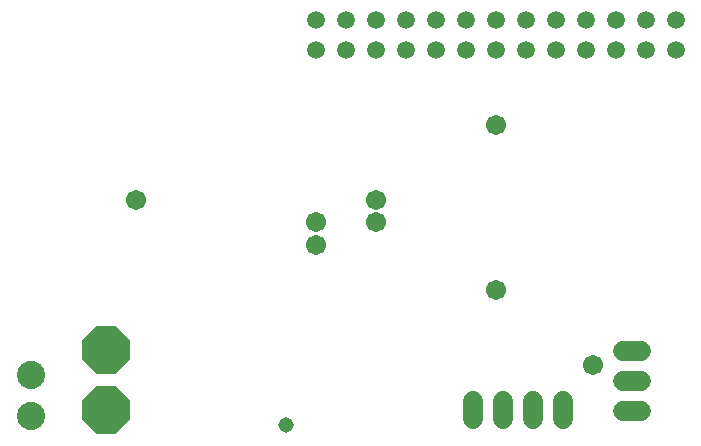
<source format=gbs>
G75*
%MOIN*%
%OFA0B0*%
%FSLAX24Y24*%
%IPPOS*%
%LPD*%
%AMOC8*
5,1,8,0,0,1.08239X$1,22.5*
%
%ADD10C,0.0680*%
%ADD11OC8,0.1580*%
%ADD12C,0.0940*%
%ADD13C,0.0595*%
%ADD14C,0.0671*%
%ADD15C,0.0516*%
D10*
X016930Y001880D02*
X016930Y002480D01*
X017930Y002480D02*
X017930Y001880D01*
X018930Y001880D02*
X018930Y002480D01*
X019930Y002480D02*
X019930Y001880D01*
X021904Y002141D02*
X022504Y002141D01*
X022504Y003141D02*
X021904Y003141D01*
X021904Y004141D02*
X022504Y004141D01*
D11*
X004680Y004180D03*
X004680Y002180D03*
D12*
X002180Y001971D03*
X002180Y003349D03*
D13*
X011680Y014180D03*
X011680Y015180D03*
X012680Y015180D03*
X013680Y015180D03*
X014680Y015180D03*
X015680Y015180D03*
X016680Y015180D03*
X017680Y015180D03*
X018680Y015180D03*
X019680Y015180D03*
X020680Y015180D03*
X021680Y015180D03*
X022680Y015180D03*
X023680Y015180D03*
X023680Y014180D03*
X022680Y014180D03*
X021680Y014180D03*
X020680Y014180D03*
X019680Y014180D03*
X018680Y014180D03*
X017680Y014180D03*
X016680Y014180D03*
X015680Y014180D03*
X014680Y014180D03*
X013680Y014180D03*
X012680Y014180D03*
D14*
X017680Y011680D03*
X013680Y009180D03*
X013680Y008430D03*
X011680Y008430D03*
X011680Y007680D03*
X005680Y009180D03*
X017680Y006180D03*
X020930Y003680D03*
D15*
X010680Y001680D03*
M02*

</source>
